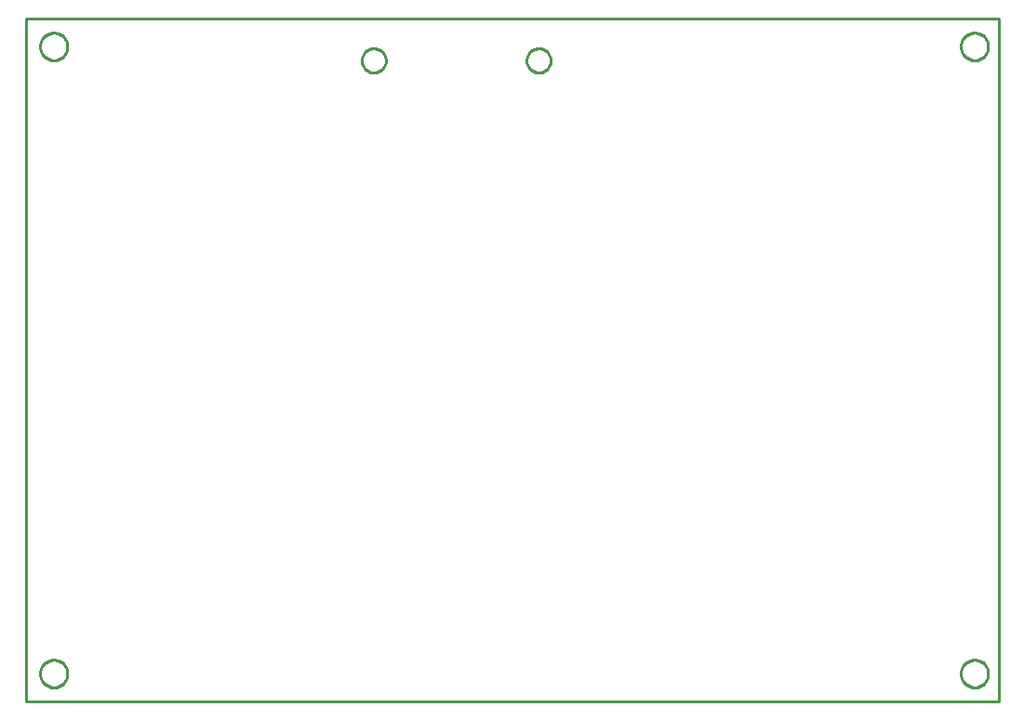
<source format=gbr>
G04 EAGLE Gerber RS-274X export*
G75*
%MOMM*%
%FSLAX34Y34*%
%LPD*%
%IN*%
%IPPOS*%
%AMOC8*
5,1,8,0,0,1.08239X$1,22.5*%
G01*
%ADD10C,0.254000*%


D10*
X0Y0D02*
X885700Y0D01*
X885700Y622200D01*
X0Y622200D01*
X0Y0D01*
X37900Y596409D02*
X37823Y595430D01*
X37669Y594460D01*
X37440Y593504D01*
X37136Y592570D01*
X36761Y591663D01*
X36315Y590788D01*
X35801Y589950D01*
X35224Y589155D01*
X34586Y588408D01*
X33892Y587714D01*
X33145Y587076D01*
X32350Y586499D01*
X31512Y585985D01*
X30637Y585539D01*
X29730Y585164D01*
X28796Y584860D01*
X27841Y584631D01*
X26870Y584477D01*
X25891Y584400D01*
X24909Y584400D01*
X23930Y584477D01*
X22960Y584631D01*
X22004Y584860D01*
X21070Y585164D01*
X20163Y585539D01*
X19288Y585985D01*
X18450Y586499D01*
X17655Y587076D01*
X16908Y587714D01*
X16214Y588408D01*
X15576Y589155D01*
X14999Y589950D01*
X14485Y590788D01*
X14039Y591663D01*
X13664Y592570D01*
X13360Y593504D01*
X13131Y594460D01*
X12977Y595430D01*
X12900Y596409D01*
X12900Y597391D01*
X12977Y598370D01*
X13131Y599341D01*
X13360Y600296D01*
X13664Y601230D01*
X14039Y602137D01*
X14485Y603012D01*
X14999Y603850D01*
X15576Y604645D01*
X16214Y605392D01*
X16908Y606086D01*
X17655Y606724D01*
X18450Y607301D01*
X19288Y607815D01*
X20163Y608261D01*
X21070Y608636D01*
X22004Y608940D01*
X22960Y609169D01*
X23930Y609323D01*
X24909Y609400D01*
X25891Y609400D01*
X26870Y609323D01*
X27841Y609169D01*
X28796Y608940D01*
X29730Y608636D01*
X30637Y608261D01*
X31512Y607815D01*
X32350Y607301D01*
X33145Y606724D01*
X33892Y606086D01*
X34586Y605392D01*
X35224Y604645D01*
X35801Y603850D01*
X36315Y603012D01*
X36761Y602137D01*
X37136Y601230D01*
X37440Y600296D01*
X37669Y599341D01*
X37823Y598370D01*
X37900Y597391D01*
X37900Y596409D01*
X37900Y24909D02*
X37823Y23930D01*
X37669Y22960D01*
X37440Y22004D01*
X37136Y21070D01*
X36761Y20163D01*
X36315Y19288D01*
X35801Y18450D01*
X35224Y17655D01*
X34586Y16908D01*
X33892Y16214D01*
X33145Y15576D01*
X32350Y14999D01*
X31512Y14485D01*
X30637Y14039D01*
X29730Y13664D01*
X28796Y13360D01*
X27841Y13131D01*
X26870Y12977D01*
X25891Y12900D01*
X24909Y12900D01*
X23930Y12977D01*
X22960Y13131D01*
X22004Y13360D01*
X21070Y13664D01*
X20163Y14039D01*
X19288Y14485D01*
X18450Y14999D01*
X17655Y15576D01*
X16908Y16214D01*
X16214Y16908D01*
X15576Y17655D01*
X14999Y18450D01*
X14485Y19288D01*
X14039Y20163D01*
X13664Y21070D01*
X13360Y22004D01*
X13131Y22960D01*
X12977Y23930D01*
X12900Y24909D01*
X12900Y25891D01*
X12977Y26870D01*
X13131Y27841D01*
X13360Y28796D01*
X13664Y29730D01*
X14039Y30637D01*
X14485Y31512D01*
X14999Y32350D01*
X15576Y33145D01*
X16214Y33892D01*
X16908Y34586D01*
X17655Y35224D01*
X18450Y35801D01*
X19288Y36315D01*
X20163Y36761D01*
X21070Y37136D01*
X22004Y37440D01*
X22960Y37669D01*
X23930Y37823D01*
X24909Y37900D01*
X25891Y37900D01*
X26870Y37823D01*
X27841Y37669D01*
X28796Y37440D01*
X29730Y37136D01*
X30637Y36761D01*
X31512Y36315D01*
X32350Y35801D01*
X33145Y35224D01*
X33892Y34586D01*
X34586Y33892D01*
X35224Y33145D01*
X35801Y32350D01*
X36315Y31512D01*
X36761Y30637D01*
X37136Y29730D01*
X37440Y28796D01*
X37669Y27841D01*
X37823Y26870D01*
X37900Y25891D01*
X37900Y24909D01*
X876100Y24909D02*
X876023Y23930D01*
X875869Y22960D01*
X875640Y22004D01*
X875336Y21070D01*
X874961Y20163D01*
X874515Y19288D01*
X874001Y18450D01*
X873424Y17655D01*
X872786Y16908D01*
X872092Y16214D01*
X871345Y15576D01*
X870550Y14999D01*
X869712Y14485D01*
X868837Y14039D01*
X867930Y13664D01*
X866996Y13360D01*
X866041Y13131D01*
X865070Y12977D01*
X864091Y12900D01*
X863109Y12900D01*
X862130Y12977D01*
X861160Y13131D01*
X860204Y13360D01*
X859270Y13664D01*
X858363Y14039D01*
X857488Y14485D01*
X856650Y14999D01*
X855855Y15576D01*
X855108Y16214D01*
X854414Y16908D01*
X853776Y17655D01*
X853199Y18450D01*
X852685Y19288D01*
X852239Y20163D01*
X851864Y21070D01*
X851560Y22004D01*
X851331Y22960D01*
X851177Y23930D01*
X851100Y24909D01*
X851100Y25891D01*
X851177Y26870D01*
X851331Y27841D01*
X851560Y28796D01*
X851864Y29730D01*
X852239Y30637D01*
X852685Y31512D01*
X853199Y32350D01*
X853776Y33145D01*
X854414Y33892D01*
X855108Y34586D01*
X855855Y35224D01*
X856650Y35801D01*
X857488Y36315D01*
X858363Y36761D01*
X859270Y37136D01*
X860204Y37440D01*
X861160Y37669D01*
X862130Y37823D01*
X863109Y37900D01*
X864091Y37900D01*
X865070Y37823D01*
X866041Y37669D01*
X866996Y37440D01*
X867930Y37136D01*
X868837Y36761D01*
X869712Y36315D01*
X870550Y35801D01*
X871345Y35224D01*
X872092Y34586D01*
X872786Y33892D01*
X873424Y33145D01*
X874001Y32350D01*
X874515Y31512D01*
X874961Y30637D01*
X875336Y29730D01*
X875640Y28796D01*
X875869Y27841D01*
X876023Y26870D01*
X876100Y25891D01*
X876100Y24909D01*
X876100Y596409D02*
X876023Y595430D01*
X875869Y594460D01*
X875640Y593504D01*
X875336Y592570D01*
X874961Y591663D01*
X874515Y590788D01*
X874001Y589950D01*
X873424Y589155D01*
X872786Y588408D01*
X872092Y587714D01*
X871345Y587076D01*
X870550Y586499D01*
X869712Y585985D01*
X868837Y585539D01*
X867930Y585164D01*
X866996Y584860D01*
X866041Y584631D01*
X865070Y584477D01*
X864091Y584400D01*
X863109Y584400D01*
X862130Y584477D01*
X861160Y584631D01*
X860204Y584860D01*
X859270Y585164D01*
X858363Y585539D01*
X857488Y585985D01*
X856650Y586499D01*
X855855Y587076D01*
X855108Y587714D01*
X854414Y588408D01*
X853776Y589155D01*
X853199Y589950D01*
X852685Y590788D01*
X852239Y591663D01*
X851864Y592570D01*
X851560Y593504D01*
X851331Y594460D01*
X851177Y595430D01*
X851100Y596409D01*
X851100Y597391D01*
X851177Y598370D01*
X851331Y599341D01*
X851560Y600296D01*
X851864Y601230D01*
X852239Y602137D01*
X852685Y603012D01*
X853199Y603850D01*
X853776Y604645D01*
X854414Y605392D01*
X855108Y606086D01*
X855855Y606724D01*
X856650Y607301D01*
X857488Y607815D01*
X858363Y608261D01*
X859270Y608636D01*
X860204Y608940D01*
X861160Y609169D01*
X862130Y609323D01*
X863109Y609400D01*
X864091Y609400D01*
X865070Y609323D01*
X866041Y609169D01*
X866996Y608940D01*
X867930Y608636D01*
X868837Y608261D01*
X869712Y607815D01*
X870550Y607301D01*
X871345Y606724D01*
X872092Y606086D01*
X872786Y605392D01*
X873424Y604645D01*
X874001Y603850D01*
X874515Y603012D01*
X874961Y602137D01*
X875336Y601230D01*
X875640Y600296D01*
X875869Y599341D01*
X876023Y598370D01*
X876100Y597391D01*
X876100Y596409D01*
X455800Y584632D02*
X455868Y585494D01*
X456003Y586348D01*
X456205Y587188D01*
X456472Y588010D01*
X456803Y588809D01*
X457195Y589579D01*
X457647Y590316D01*
X458155Y591015D01*
X458716Y591673D01*
X459327Y592284D01*
X459985Y592845D01*
X460684Y593353D01*
X461421Y593805D01*
X462191Y594197D01*
X462990Y594528D01*
X463812Y594795D01*
X464652Y594997D01*
X465506Y595132D01*
X466368Y595200D01*
X467232Y595200D01*
X468094Y595132D01*
X468948Y594997D01*
X469788Y594795D01*
X470610Y594528D01*
X471409Y594197D01*
X472179Y593805D01*
X472916Y593353D01*
X473615Y592845D01*
X474273Y592284D01*
X474884Y591673D01*
X475445Y591015D01*
X475953Y590316D01*
X476405Y589579D01*
X476797Y588809D01*
X477128Y588010D01*
X477395Y587188D01*
X477597Y586348D01*
X477732Y585494D01*
X477800Y584632D01*
X477800Y583768D01*
X477732Y582906D01*
X477597Y582052D01*
X477395Y581212D01*
X477128Y580390D01*
X476797Y579591D01*
X476405Y578821D01*
X475953Y578084D01*
X475445Y577385D01*
X474884Y576727D01*
X474273Y576116D01*
X473615Y575555D01*
X472916Y575047D01*
X472179Y574595D01*
X471409Y574203D01*
X470610Y573872D01*
X469788Y573605D01*
X468948Y573403D01*
X468094Y573268D01*
X467232Y573200D01*
X466368Y573200D01*
X465506Y573268D01*
X464652Y573403D01*
X463812Y573605D01*
X462990Y573872D01*
X462191Y574203D01*
X461421Y574595D01*
X460684Y575047D01*
X459985Y575555D01*
X459327Y576116D01*
X458716Y576727D01*
X458155Y577385D01*
X457647Y578084D01*
X457195Y578821D01*
X456803Y579591D01*
X456472Y580390D01*
X456205Y581212D01*
X456003Y582052D01*
X455868Y582906D01*
X455800Y583768D01*
X455800Y584632D01*
X305800Y584632D02*
X305868Y585494D01*
X306003Y586348D01*
X306205Y587188D01*
X306472Y588010D01*
X306803Y588809D01*
X307195Y589579D01*
X307647Y590316D01*
X308155Y591015D01*
X308716Y591673D01*
X309327Y592284D01*
X309985Y592845D01*
X310684Y593353D01*
X311421Y593805D01*
X312191Y594197D01*
X312990Y594528D01*
X313812Y594795D01*
X314652Y594997D01*
X315506Y595132D01*
X316368Y595200D01*
X317232Y595200D01*
X318094Y595132D01*
X318948Y594997D01*
X319788Y594795D01*
X320610Y594528D01*
X321409Y594197D01*
X322179Y593805D01*
X322916Y593353D01*
X323615Y592845D01*
X324273Y592284D01*
X324884Y591673D01*
X325445Y591015D01*
X325953Y590316D01*
X326405Y589579D01*
X326797Y588809D01*
X327128Y588010D01*
X327395Y587188D01*
X327597Y586348D01*
X327732Y585494D01*
X327800Y584632D01*
X327800Y583768D01*
X327732Y582906D01*
X327597Y582052D01*
X327395Y581212D01*
X327128Y580390D01*
X326797Y579591D01*
X326405Y578821D01*
X325953Y578084D01*
X325445Y577385D01*
X324884Y576727D01*
X324273Y576116D01*
X323615Y575555D01*
X322916Y575047D01*
X322179Y574595D01*
X321409Y574203D01*
X320610Y573872D01*
X319788Y573605D01*
X318948Y573403D01*
X318094Y573268D01*
X317232Y573200D01*
X316368Y573200D01*
X315506Y573268D01*
X314652Y573403D01*
X313812Y573605D01*
X312990Y573872D01*
X312191Y574203D01*
X311421Y574595D01*
X310684Y575047D01*
X309985Y575555D01*
X309327Y576116D01*
X308716Y576727D01*
X308155Y577385D01*
X307647Y578084D01*
X307195Y578821D01*
X306803Y579591D01*
X306472Y580390D01*
X306205Y581212D01*
X306003Y582052D01*
X305868Y582906D01*
X305800Y583768D01*
X305800Y584632D01*
M02*

</source>
